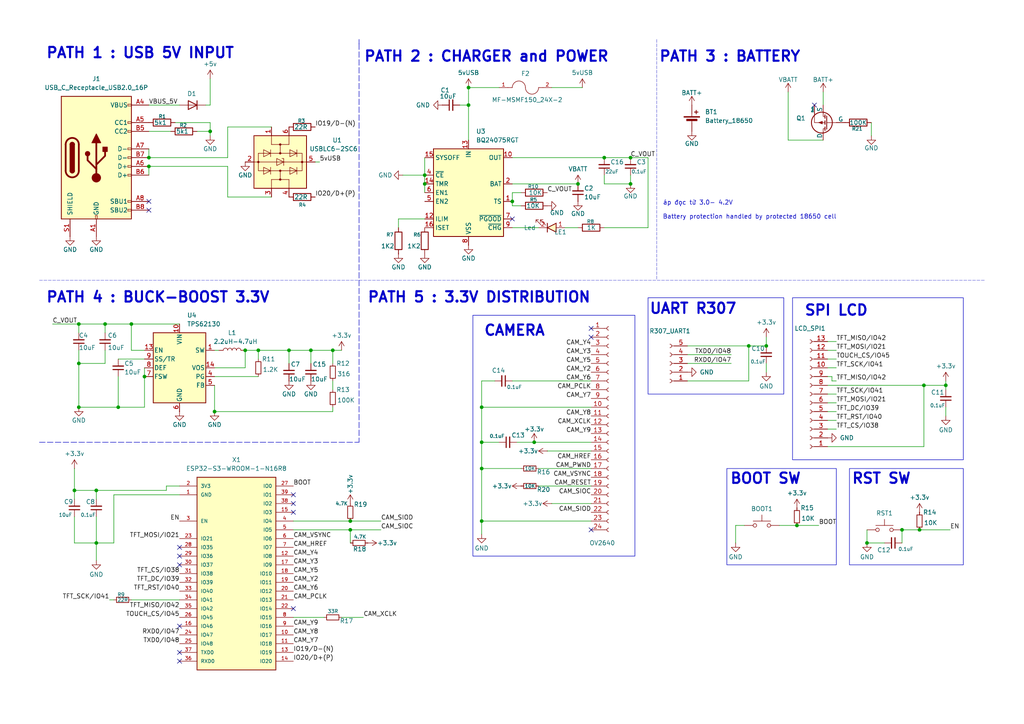
<source format=kicad_sch>
(kicad_sch (version 20231120) (generator "eeschema") (generator_version "8.0")
  (paper "A4")
  (junction (at 167.64 53.34))
  (junction (at 83.82 101.6))
  (junction (at 139.7 135.89))
  (junction (at 123.19 53.34))
  (junction (at 38.1 93.98))
  (junction (at 222.25 100.33))
  (junction (at 90.17 101.6))
  (junction (at 135.89 25.4))
  (junction (at 34.29 118.11))
  (junction (at 182.88 53.34))
  (junction (at 74.93 101.6))
  (junction (at 96.52 101.6))
  (junction (at 21.59 142.24))
  (junction (at 43.18 45.72))
  (junction (at 175.26 45.72))
  (junction (at 139.7 151.13))
  (junction (at 274.32 111.76))
  (junction (at 267.97 111.76))
  (junction (at 43.18 48.26))
  (junction (at 41.91 109.22))
  (junction (at 135.89 30.48))
  (junction (at 60.96 38.1))
  (junction (at 251.46 157.48))
  (junction (at 22.86 105.41))
  (junction (at 27.94 142.24))
  (junction (at 154.94 128.27))
  (junction (at 182.88 45.72))
  (junction (at 27.94 157.48))
  (junction (at 22.86 118.11))
  (junction (at 101.6 153.67))
  (junction (at 139.7 128.27))
  (junction (at 261.62 153.67))
  (junction (at 62.23 119.38))
  (junction (at 217.17 100.33))
  (junction (at 231.14 152.4))
  (junction (at 101.6 151.13))
  (junction (at 266.7 153.67))
  (junction (at 123.19 50.8))
  (junction (at 71.12 101.6))
  (junction (at 30.48 93.98))
  (junction (at 148.59 58.42))
  (junction (at 22.86 93.98))
  (junction (at 139.7 118.11))
  (no_connect (at 85.09 146.05))
  (no_connect (at 43.18 60.96))
  (no_connect (at 52.07 191.77))
  (no_connect (at 148.59 63.5))
  (no_connect (at 52.07 163.83))
  (no_connect (at 171.45 97.79))
  (no_connect (at 85.09 143.51))
  (no_connect (at 52.07 161.29))
  (no_connect (at 43.18 58.42))
  (no_connect (at 236.22 30.48))
  (no_connect (at 85.09 176.53))
  (no_connect (at 52.07 181.61))
  (no_connect (at 52.07 189.23))
  (no_connect (at 171.45 153.67))
  (no_connect (at 52.07 158.75))
  (no_connect (at 85.09 148.59))
  (no_connect (at 171.45 95.25))
  (wire (pts (xy 22.86 93.98) (xy 22.86 96.52)))
  (wire (pts (xy 48.26 142.24) (xy 48.26 140.97)))
  (wire (pts (xy 60.96 38.1) (xy 60.96 39.37)))
  (wire (pts (xy 43.18 43.18) (xy 43.18 45.72)))
  (wire (pts (xy 228.6 40.64) (xy 238.76 40.64)))
  (polyline (pts (xy 104.14 81.28) (xy 104.14 128.27)) (stroke (width 0) (type dash)))
  (wire (pts (xy 41.91 101.6) (xy 38.1 101.6)))
  (wire (pts (xy 251.46 153.67) (xy 251.46 157.48)))
  (wire (pts (xy 62.23 109.22) (xy 74.93 109.22)))
  (wire (pts (xy 71.12 106.68) (xy 71.12 101.6)))
  (wire (pts (xy 175.26 45.72) (xy 182.88 45.72)))
  (polyline (pts (xy 104.14 12.7) (xy 104.14 81.28)) (stroke (width 0) (type dash)))
  (wire (pts (xy 240.03 116.84) (xy 242.57 116.84)))
  (wire (pts (xy 240.03 101.6) (xy 242.57 101.6)))
  (wire (pts (xy 66.04 36.83) (xy 78.74 36.83)))
  (wire (pts (xy 41.91 106.68) (xy 41.91 109.22)))
  (wire (pts (xy 60.96 30.48) (xy 60.96 22.86)))
  (wire (pts (xy 123.19 63.5) (xy 115.57 63.5)))
  (wire (pts (xy 231.14 152.4) (xy 237.49 152.4)))
  (wire (pts (xy 22.86 105.41) (xy 22.86 118.11)))
  (wire (pts (xy 151.13 55.88) (xy 148.59 55.88)))
  (wire (pts (xy 110.49 153.67) (xy 101.6 153.67)))
  (wire (pts (xy 240.03 129.54) (xy 267.97 129.54)))
  (wire (pts (xy 38.1 93.98) (xy 30.48 93.98)))
  (wire (pts (xy 74.93 101.6) (xy 74.93 104.14)))
  (wire (pts (xy 48.26 140.97) (xy 52.07 140.97)))
  (wire (pts (xy 199.39 110.49) (xy 217.17 110.49)))
  (wire (pts (xy 90.17 101.6) (xy 90.17 105.41)))
  (wire (pts (xy 133.35 30.48) (xy 135.89 30.48)))
  (polyline (pts (xy 190.5 11.43) (xy 190.5 81.28)) (stroke (width 0.0762) (type dash)))
  (wire (pts (xy 151.13 59.69) (xy 148.59 59.69)))
  (wire (pts (xy 115.57 63.5) (xy 115.57 66.04)))
  (wire (pts (xy 105.41 179.07) (xy 99.06 179.07)))
  (wire (pts (xy 38.1 173.99) (xy 52.07 173.99)))
  (wire (pts (xy 96.52 119.38) (xy 62.23 119.38)))
  (wire (pts (xy 266.7 153.67) (xy 275.59 153.67)))
  (wire (pts (xy 182.88 45.72) (xy 187.96 45.72)))
  (wire (pts (xy 175.26 53.34) (xy 182.88 53.34)))
  (wire (pts (xy 30.48 93.98) (xy 30.48 96.52)))
  (wire (pts (xy 199.39 105.41) (xy 212.09 105.41)))
  (wire (pts (xy 15.24 93.98) (xy 22.86 93.98)))
  (wire (pts (xy 213.36 152.4) (xy 215.9 152.4)))
  (wire (pts (xy 34.29 109.22) (xy 34.29 118.11)))
  (wire (pts (xy 149.86 128.27) (xy 154.94 128.27)))
  (wire (pts (xy 252.73 35.56) (xy 252.73 39.37)))
  (wire (pts (xy 43.18 48.26) (xy 43.18 50.8)))
  (wire (pts (xy 199.39 102.87) (xy 212.09 102.87)))
  (wire (pts (xy 33.02 143.51) (xy 33.02 157.48)))
  (wire (pts (xy 148.59 66.04) (xy 156.21 66.04)))
  (wire (pts (xy 101.6 153.67) (xy 85.09 153.67)))
  (wire (pts (xy 33.02 143.51) (xy 52.07 143.51)))
  (wire (pts (xy 135.89 25.4) (xy 135.89 30.48)))
  (wire (pts (xy 148.59 55.88) (xy 148.59 58.42)))
  (wire (pts (xy 240.03 106.68) (xy 242.57 106.68)))
  (wire (pts (xy 222.25 105.41) (xy 222.25 107.95)))
  (wire (pts (xy 148.59 45.72) (xy 175.26 45.72)))
  (wire (pts (xy 21.59 157.48) (xy 27.94 157.48)))
  (wire (pts (xy 62.23 106.68) (xy 71.12 106.68)))
  (wire (pts (xy 59.69 30.48) (xy 60.96 30.48)))
  (wire (pts (xy 27.94 142.24) (xy 27.94 144.78)))
  (wire (pts (xy 96.52 119.38) (xy 96.52 118.11)))
  (wire (pts (xy 43.18 45.72) (xy 66.04 45.72)))
  (wire (pts (xy 135.89 25.4) (xy 144.78 25.4)))
  (wire (pts (xy 240.03 119.38) (xy 242.57 119.38)))
  (wire (pts (xy 267.97 129.54) (xy 267.97 111.76)))
  (wire (pts (xy 34.29 104.14) (xy 41.91 104.14)))
  (wire (pts (xy 182.88 53.34) (xy 182.88 50.8)))
  (wire (pts (xy 267.97 111.76) (xy 274.32 111.76)))
  (wire (pts (xy 175.26 50.8) (xy 175.26 53.34)))
  (polyline (pts (xy 104.14 11.43) (xy 104.14 12.7)))
  (wire (pts (xy 148.59 53.34) (xy 167.64 53.34)))
  (wire (pts (xy 43.18 48.26) (xy 66.04 48.26)))
  (wire (pts (xy 241.3 109.22) (xy 240.03 109.22)))
  (wire (pts (xy 33.02 157.48) (xy 27.94 157.48)))
  (wire (pts (xy 139.7 128.27) (xy 139.7 135.89)))
  (wire (pts (xy 187.96 45.72) (xy 187.96 66.04)))
  (wire (pts (xy 21.59 135.89) (xy 21.59 142.24)))
  (wire (pts (xy 27.94 142.24) (xy 48.26 142.24)))
  (wire (pts (xy 30.48 101.6) (xy 30.48 105.41)))
  (wire (pts (xy 66.04 48.26) (xy 66.04 57.15)))
  (wire (pts (xy 240.03 104.14) (xy 242.57 104.14)))
  (wire (pts (xy 66.04 45.72) (xy 66.04 36.83)))
  (wire (pts (xy 175.26 66.04) (xy 187.96 66.04)))
  (wire (pts (xy 90.17 101.6) (xy 96.52 101.6)))
  (wire (pts (xy 240.03 124.46) (xy 242.57 124.46)))
  (wire (pts (xy 154.94 128.27) (xy 171.45 128.27)))
  (wire (pts (xy 41.91 118.11) (xy 41.91 109.22)))
  (wire (pts (xy 238.76 26.67) (xy 238.76 30.48)))
  (wire (pts (xy 139.7 110.49) (xy 139.7 118.11)))
  (wire (pts (xy 274.32 118.11) (xy 274.32 120.65)))
  (wire (pts (xy 274.32 111.76) (xy 274.32 113.03)))
  (wire (pts (xy 240.03 111.76) (xy 267.97 111.76)))
  (wire (pts (xy 139.7 151.13) (xy 171.45 151.13)))
  (wire (pts (xy 93.98 179.07) (xy 85.09 179.07)))
  (wire (pts (xy 143.51 110.49) (xy 139.7 110.49)))
  (wire (pts (xy 116.84 50.8) (xy 123.19 50.8)))
  (wire (pts (xy 22.86 118.11) (xy 34.29 118.11)))
  (wire (pts (xy 74.93 101.6) (xy 83.82 101.6)))
  (wire (pts (xy 52.07 93.98) (xy 38.1 93.98)))
  (wire (pts (xy 160.02 25.4) (xy 168.91 25.4)))
  (wire (pts (xy 158.75 130.81) (xy 171.45 130.81)))
  (wire (pts (xy 156.21 140.97) (xy 171.45 140.97)))
  (wire (pts (xy 240.03 99.06) (xy 242.57 99.06)))
  (wire (pts (xy 43.18 30.48) (xy 52.07 30.48)))
  (wire (pts (xy 34.29 118.11) (xy 41.91 118.11)))
  (wire (pts (xy 139.7 151.13) (xy 139.7 154.94)))
  (wire (pts (xy 43.18 38.1) (xy 49.53 38.1)))
  (wire (pts (xy 139.7 118.11) (xy 171.45 118.11)))
  (wire (pts (xy 31.75 173.99) (xy 33.02 173.99)))
  (wire (pts (xy 83.82 101.6) (xy 90.17 101.6)))
  (wire (pts (xy 57.15 38.1) (xy 60.96 38.1)))
  (wire (pts (xy 222.25 97.79) (xy 222.25 100.33)))
  (wire (pts (xy 99.06 101.6) (xy 96.52 101.6)))
  (wire (pts (xy 156.21 135.89) (xy 171.45 135.89)))
  (wire (pts (xy 135.89 30.48) (xy 135.89 40.64)))
  (wire (pts (xy 241.3 110.49) (xy 242.57 110.49)))
  (wire (pts (xy 139.7 135.89) (xy 151.13 135.89)))
  (wire (pts (xy 50.8 35.56) (xy 60.96 35.56)))
  (wire (pts (xy 139.7 128.27) (xy 144.78 128.27)))
  (wire (pts (xy 240.03 121.92) (xy 242.57 121.92)))
  (wire (pts (xy 21.59 142.24) (xy 27.94 142.24)))
  (wire (pts (xy 71.12 101.6) (xy 74.93 101.6)))
  (wire (pts (xy 101.6 153.67) (xy 101.6 157.48)))
  (wire (pts (xy 160.02 146.05) (xy 171.45 146.05)))
  (wire (pts (xy 66.04 57.15) (xy 78.74 57.15)))
  (wire (pts (xy 62.23 119.38) (xy 62.23 111.76)))
  (wire (pts (xy 228.6 26.67) (xy 228.6 40.64)))
  (wire (pts (xy 110.49 151.13) (xy 101.6 151.13)))
  (wire (pts (xy 213.36 152.4) (xy 213.36 157.48)))
  (wire (pts (xy 123.19 45.72) (xy 123.19 50.8)))
  (wire (pts (xy 27.94 157.48) (xy 27.94 162.56)))
  (wire (pts (xy 27.94 149.86) (xy 27.94 157.48)))
  (wire (pts (xy 123.19 50.8) (xy 123.19 53.34)))
  (wire (pts (xy 148.59 59.69) (xy 148.59 58.42)))
  (wire (pts (xy 226.06 152.4) (xy 231.14 152.4)))
  (wire (pts (xy 96.52 101.6) (xy 96.52 105.41)))
  (polyline (pts (xy 11.43 81.28) (xy 285.75 81.28)) (stroke (width 0.0762) (type dash)))
  (wire (pts (xy 22.86 101.6) (xy 22.86 105.41)))
  (wire (pts (xy 123.19 53.34) (xy 123.19 55.88)))
  (wire (pts (xy 251.46 157.48) (xy 256.54 157.48)))
  (wire (pts (xy 91.44 46.99) (xy 92.71 46.99)))
  (wire (pts (xy 139.7 118.11) (xy 139.7 128.27)))
  (wire (pts (xy 60.96 35.56) (xy 60.96 38.1)))
  (wire (pts (xy 199.39 100.33) (xy 217.17 100.33)))
  (wire (pts (xy 83.82 101.6) (xy 83.82 105.41)))
  (wire (pts (xy 217.17 100.33) (xy 222.25 100.33)))
  (wire (pts (xy 261.62 153.67) (xy 266.7 153.67)))
  (wire (pts (xy 139.7 135.89) (xy 139.7 151.13)))
  (wire (pts (xy 241.3 110.49) (xy 241.3 109.22)))
  (polyline (pts (xy 11.43 128.27) (xy 104.14 128.27)) (stroke (width 0) (type dash)))
  (wire (pts (xy 96.52 110.49) (xy 96.52 113.03)))
  (wire (pts (xy 21.59 149.86) (xy 21.59 157.48)))
  (wire (pts (xy 30.48 105.41) (xy 22.86 105.41)))
  (wire (pts (xy 261.62 153.67) (xy 261.62 157.48)))
  (wire (pts (xy 163.83 66.04) (xy 167.64 66.04)))
  (wire (pts (xy 240.03 114.3) (xy 242.57 114.3)))
  (wire (pts (xy 21.59 142.24) (xy 21.59 144.78)))
  (wire (pts (xy 148.59 110.49) (xy 171.45 110.49)))
  (wire (pts (xy 101.6 151.13) (xy 85.09 151.13)))
  (wire (pts (xy 30.48 93.98) (xy 22.86 93.98)))
  (wire (pts (xy 274.32 110.49) (xy 274.32 111.76)))
  (wire (pts (xy 38.1 101.6) (xy 38.1 93.98)))
  (wire (pts (xy 217.17 110.49) (xy 217.17 100.33)))
  (wire (pts (xy 62.23 101.6) (xy 63.5 101.6)))
  (rectangle (start 137.16 91.44) (end 184.15 161.29))
  (rectangle (start 246.38 135.89) (end 279.4 163.83))
  (rectangle (start 187.96 86.36) (end 227.33 114.3))
  (rectangle (start 210.82 135.89) (end 242.57 163.83))
  (rectangle (start 229.87 86.36) (end 279.4 133.35))
  (text "UART R307\n\n\n" (at 188.214 94.488 0) (effects (font (size 3 3) (bold yes)) (justify left)))
  (text "SPI LCD\n" (at 233.172 90.17 0) (effects (font (size 3 3) (bold yes)) (justify left)))
  (text "PATH 5 : 3.3V DISTRIBUTION" (at 106.426 86.36 0) (effects (font (size 3 3) (bold yes)) (justify left)))
  (text "PATH 4 : BUCK-BOOST 3.3V" (at 13.208 86.36 0) (effects (font (size 3 3) (bold yes)) (justify left)))
  (text "PATH 2 : CHARGER and POWER\n" (at 105.41 16.51 0) (effects (font (size 3 3) (bold yes)) (justify left)))
  (text "CAMERA" (at 140.208 96.012 0) (effects (font (size 3 3) (bold yes)) (justify left)))
  (text "áp đọc từ 3.0- 4.2V" (at 202.438 58.928 0) (effects (font (size 1.27 1.27))))
  (text "PATH 3 : BATTERY" (at 191.008 16.51 0) (effects (font (size 3 3) (bold yes)) (justify left)))
  (text "BOOT SW\n" (at 211.582 138.938 0) (effects (font (size 3 3) (bold yes)) (justify left)))
  (text "Battery protection handled by protected 18650 cell" (at 217.424 62.992 0) (effects (font (size 1.27 1.27))))
  (text "PATH 1 : USB 5V INPUT\n" (at 13.208 15.494 0) (effects (font (size 3 3) (bold yes)) (justify left)))
  (text "RST SW\n" (at 246.888 138.938 0) (effects (font (size 3 3) (bold yes)) (justify left)))
  (label "CAM_Y2" (at 85.09 168.91 0))
  (label "IO19{slash}D-(N)" (at 85.09 189.23 0))
  (label "CAM_Y2" (at 171.45 107.95 180))
  (label "CAM_SIOD" (at 171.45 148.59 180))
  (label "CAM_Y5" (at 85.09 166.37 0))
  (label "CAM_Y6" (at 171.45 110.49 180))
  (label "CAM_Y3" (at 171.45 102.87 180))
  (label "TFT_MOSI{slash}IO21" (at 242.57 101.6 0))
  (label "EN" (at 52.07 151.13 180))
  (label "CAM_Y7" (at 85.09 186.69 0))
  (label "CAM_VSYNC" (at 171.45 138.43 180))
  (label "TFT_SCK{slash}IO41" (at 31.75 173.99 180))
  (label "CAM_Y9" (at 171.45 125.73 180))
  (label "TFT_CS{slash}IO38" (at 52.07 166.37 180))
  (label "C_VOUT" (at 15.24 93.98 0))
  (label "CAM_PCLK" (at 171.45 113.03 180))
  (label "TFT_MISO{slash}IO42" (at 52.07 176.53 180))
  (label "CAM_Y4" (at 85.09 161.29 0))
  (label "CAM_Y7" (at 171.45 115.57 180))
  (label "RXD0{slash}IO47" (at 212.09 105.41 180))
  (label "CAM_PWND" (at 171.45 135.89 180))
  (label "IO20{slash}D+(P)" (at 85.09 191.77 0))
  (label "CAM_Y8" (at 171.45 120.65 180))
  (label "IO20{slash}D+(P)" (at 91.44 57.15 0))
  (label "RXD0{slash}IO47" (at 52.07 184.15 180))
  (label "TFT_RST{slash}IO40" (at 52.07 171.45 180))
  (label "TFT_MISO{slash}IO42" (at 242.57 99.06 0))
  (label "CAM_Y9" (at 85.09 181.61 0))
  (label "TXD0{slash}IO48" (at 212.09 102.87 180))
  (label "C_VOUT" (at 158.75 55.88 0))
  (label "TFT_SCK{slash}IO41" (at 242.57 114.3 0))
  (label "TFT_RST{slash}IO40" (at 242.57 121.92 0))
  (label "TFT_CS{slash}IO38" (at 242.57 124.46 0))
  (label "TFT_SCK{slash}IO41" (at 242.57 106.68 0))
  (label "CAM_SIOC" (at 171.45 143.51 180))
  (label "CAM_Y6" (at 85.09 171.45 0))
  (label "TFT_MOSI{slash}IO21" (at 242.57 116.84 0))
  (label "CAM_PCLK" (at 85.09 173.99 0))
  (label "IO19{slash}D-(N)" (at 91.44 36.83 0))
  (label "BOOT" (at 85.09 140.97 0))
  (label "CAM_Y4" (at 171.45 100.33 180))
  (label "TOUCH_CS{slash}IO45" (at 242.57 104.14 0))
  (label "CAM_HREF" (at 171.45 133.35 180))
  (label "TFT_MOSI{slash}IO21" (at 52.07 156.21 180))
  (label "CAM_HREF" (at 85.09 158.75 0))
  (label "CAM_SIOD" (at 110.49 151.13 0))
  (label "TFT_DC{slash}IO39" (at 242.57 119.38 0))
  (label "TOUCH_CS{slash}IO45" (at 52.07 179.07 180))
  (label "TFT_MISO{slash}IO42" (at 242.57 110.49 0))
  (label "CAM_Y5" (at 171.45 105.41 180))
  (label "TXD0{slash}IO48" (at 52.07 186.69 180))
  (label "VBUS_5V" (at 43.18 30.48 0))
  (label "CAM_VSYNC" (at 85.09 156.21 0))
  (label "CAM_XCLK" (at 171.45 123.19 180))
  (label "CAM_XCLK" (at 105.41 179.07 0))
  (label "TFT_DC{slash}IO39" (at 52.07 168.91 180))
  (label "C_VOUT" (at 182.88 45.72 0))
  (label "BOOT" (at 237.49 152.4 0))
  (label "5vUSB" (at 92.71 46.99 0))
  (label "CAM_SIOC" (at 110.49 153.67 0))
  (label "CAM_RESET" (at 171.45 140.97 180))
  (label "EN" (at 275.59 153.67 0))
  (label "CAM_Y3" (at 85.09 163.83 0))
  (label "CAM_Y8" (at 85.09 184.15 0))
  (symbol (lib_id "MF-MSMF150/24:MF-MSMF150_24X-2") (at 152.4 25.4 0) (unit 1)
    (property "Reference" "F2" (at 152.4 21.336 0))
    (property "Value" "MF-MSMF150_24X-2" (at 152.908 28.956 0))
    (property "Footprint" "KICAD_USB_FOOTPRINT_CUS:FUSER_MF-MSMF150_24X-2" (effects (hide yes)))
    (property "MF" "Bourns" (effects (hide yes)))
    (property "MOUSER-PURCHASE-URL" "https://snapeda.com/shop?store=Mouser&id=143366" (effects (hide yes)))
    (property "DESCRIPTION" "Polymeric PTC Resettable Fuse 8V 2A Ih Surface Mount 1812 (4532 Metric), Concave" (effects (hide yes)))
    (property "PACKAGE" "1812 Bourns" (effects (hide yes)))
    (property "PRICE" "None" (effects (hide yes)))
    (property "Package" "1812 Bourns" (effects (hide yes)))
    (property "Check_prices" "https://www.snapeda.com/parts/MF-MSMF150/24X-2/Bourns/view-part/?ref=eda" (effects (hide yes)))
    (property "Price" "None" (effects (hide yes)))
    (property "SnapEDA_Link" "https://www.snapeda.com/parts/MF-MSMF150/24X-2/Bourns/view-part/?ref=snap" (effects (hide yes)))
    (property "MP" "MF-MSMF150/24X-2" (effects (hide yes)))
    (property "DIGIKEY-PURCHASE-URL" "https://snapeda.com/shop?store=DigiKey&id=143366" (effects (hide yes)))
    (property "Availability" "In Stock" (effects (hide yes)))
    (property "ARROW_ELECTRONICS-PURCHASE-URL" "https://snapeda.com/shop?store=Arrow+Electronics&id=143366" (effects (hide yes)))
    (property "AVAILABILITY" "Good" (effects (hide yes)))
    (property "Description_1" "\n                        \n                            PTC RESETTABLE 1.25A 16V SMD 1812 | Bourns MF-MSMF150/24X-2\n                        \n" (effects (hide yes)))
  )
  (symbol (lib_id "power:VCC") (at 167.64 53.34 0) (unit 1)
    (property "Reference" "#PWR015" (effects (hide yes)))
    (property "Value" "VBATT" (at 167.64 49.022 0))
    (property "Description" "Power symbol creates a global label with name \"VCC\"" (effects (hide yes)))
  )
  (symbol (lib_id "Esp32-c3-wroom-1-n16r8:ESP32-S3-WROOM-1-N16R8") (at 57.15 138.43 0) (unit 1)
    (property "Reference" "X1" (at 68.58 133.35 0))
    (property "Value" "ESP32-S3-WROOM-1-N16R8" (at 68.58 135.89 0))
    (property "Footprint" "KICAD_USB_FOOTPRINT_CUS:ESP32S3WROOM1N8R2" (effects (hide yes)))
    (property "MF" "Espressif Systems" (effects (hide yes)))
    (property "DESCRIPTION" "SMD MODULE, ESP32-S3R8 WITH 3.3V" (effects (hide yes)))
    (property "Package" "NON STANDARD Espressif Systems" (effects (hide yes)))
    (property "SUPPLIER_PART_NUMBER" "1965-ESP32-S3-WROOM-1-N16R8CT-ND" (effects (hide yes)))
    (property "Price" "None" (effects (hide yes)))
    (property "Check_prices" "https://www.snapeda.com/parts/ESP32S3WROOM1N16R8/Espressif+Systems/view-part/?ref=eda" (effects (hide yes)))
    (property "VALUE" "ESP32-S3-WROOM-1-N16R8" (effects (hide yes)))
    (property "SUPPLIER" "Digikey" (effects (hide yes)))
    (property "SnapEDA_Link" "https://www.snapeda.com/parts/ESP32S3WROOM1N16R8/Espressif+Systems/view-part/?ref=snap" (effects (hide yes)))
    (property "MP" "ESP32S3WROOM1N16R8" (effects (hide yes)))
    (property "FOOTPRINT" "SMD" (effects (hide yes)))
    (property "Description_1" "\n                        \n                            Bluetooth, WiFi 802.11b/g/n, Bluetooth v5.0 Transceiver Module 2.4GHz PCB Trace Surface Mount\n                        \n" (effects (hide yes)))
    (property "Availability" "In Stock" (effects (hide yes)))
    (property "MANUFACTURER_PART_NUMBER" "ESP32-S3-WROOM-1-N16R8" (effects (hide yes)))
  )
  (symbol (lib_id "power:VCC") (at 154.94 128.27 0) (unit 1)
    (property "Reference" "#PWR042" (effects (hide yes)))
    (property "Value" "+3.3v" (at 154.94 124.46 0))
    (property "Description" "Power symbol creates a global label with name \"VCC\"" (effects (hide yes)))
  )
  (symbol (lib_id "power:VCC") (at 160.02 146.05 90) (unit 1)
    (property "Reference" "#PWR040" (effects (hide yes)))
    (property "Value" "+3.3v" (at 154.432 146.05 90))
    (property "Description" "Power symbol creates a global label with name \"VCC\"" (effects (hide yes)))
  )
  (symbol (lib_id "Device:L") (at 67.31 101.6 90) (unit 1)
    (property "Reference" "L1" (at 67.31 96.52 90))
    (property "Value" "2.2uH-4.7uH" (at 68.326 99.06 90))
    (property "Footprint" "KICAD_USB_FOOTPRINT_CUS:L_0603" (effects (hide yes)))
    (property "Description" "Inductor" (effects (hide yes)))
  )
  (symbol (lib_id "power:GND") (at 158.75 59.69 90) (unit 1)
    (property "Reference" "#PWR014" (effects (hide yes)))
    (property "Value" "GND" (at 161.544 61.722 90))
    (property "Description" "Power symbol creates a global label with name \"GND\" , ground" (effects (hide yes)))
  )
  (symbol (lib_id "power:GND") (at 135.89 71.12 0) (unit 1)
    (property "Reference" "#PWR09" (effects (hide yes)))
    (property "Value" "GND" (at 135.89 74.93 0))
    (property "Description" "Power symbol creates a global label with name \"GND\" , ground" (effects (hide yes)))
  )
  (symbol (lib_id "power:VCC") (at 106.68 157.48 270) (unit 1)
    (property "Reference" "#PWR043" (effects (hide yes)))
    (property "Value" "+3.3v" (at 112.268 157.48 90))
    (property "Description" "Power symbol creates a global label with name \"VCC\"" (effects (hide yes)))
  )
  (symbol (lib_id "power:GND") (at 83.82 110.49 0) (unit 1)
    (property "Reference" "#PWR027" (effects (hide yes)))
    (property "Value" "GND" (at 83.82 114.3 0))
    (property "Description" "Power symbol creates a global label with name \"GND\" , ground" (effects (hide yes)))
  )
  (symbol (lib_id "power:+BATT") (at 200.66 30.48 0) (unit 1)
    (property "Reference" "#PWR018" (effects (hide yes)))
    (property "Value" "BATT+" (at 200.66 26.924 0))
    (property "Description" "Power symbol creates a global label with name \"+BATT\"" (effects (hide yes)))
  )
  (symbol (lib_id "power:GND") (at 252.73 39.37 0) (mirror y) (unit 1)
    (property "Reference" "#PWR047" (effects (hide yes)))
    (property "Value" "GND" (at 252.73 42.926 0))
    (property "Description" "Power symbol creates a global label with name \"GND\" , ground" (effects (hide yes)))
  )
  (symbol (lib_id "Device:C_Small") (at 259.08 157.48 270) (unit 1)
    (property "Reference" "C12" (at 258.318 159.512 90) (effects (justify right)))
    (property "Value" "0.1uF" (at 264.922 159.258 90) (effects (font (size 1.016 1.016)) (justify right)))
    (property "Footprint" "KICAD_USB_FOOTPRINT_CUS:C_0603" (effects (hide yes)))
    (property "Description" "Unpolarized capacitor, small symbol" (effects (hide yes)))
    (property "LINK" "https://www.thegioiic.com/tu-gom-0603-1uf-16v" (effects (hide yes)))
  )
  (symbol (lib_id "Device:R") (at 154.94 55.88 270) (unit 1)
    (property "Reference" "R10" (at 156.21 54.102 90) (effects (font (size 1.016 1.016)) (justify right)))
    (property "Value" "10K" (at 157.226 55.88 90) (effects (justify right)))
    (property "Footprint" "KICAD_USB_FOOTPRINT_CUS:R_0603" (effects (hide yes)))
    (property "Description" "Resistor" (effects (hide yes)))
  )
  (symbol (lib_id "power:GND") (at 251.46 157.48 0) (unit 1)
    (property "Reference" "#PWR038" (effects (hide yes)))
    (property "Value" "GND" (at 251.46 161.544 0))
    (property "Description" "Power symbol creates a global label with name \"GND\" , ground" (effects (hide yes)))
  )
  (symbol (lib_id "Device:C_Small") (at 27.94 147.32 180) (unit 1)
    (property "Reference" "C8" (at 24.892 145.542 0) (effects (justify right)))
    (property "Value" "0.1uF" (at 23.368 149.352 0) (effects (font (size 1.016 1.016)) (justify right)))
    (property "Footprint" "KICAD_USB_FOOTPRINT_CUS:C_0603" (effects (hide yes)))
    (property "Description" "Unpolarized capacitor, small symbol" (effects (hide yes)))
    (property "LINK" "https://www.thegioiic.com/tu-gom-0603-1uf-16v" (effects (hide yes)))
  )
  (symbol (lib_id "Device:C_Small") (at 175.26 48.26 180) (unit 1)
    (property "Reference" "C16" (at 177.038 46.99 0) (effects (justify right)))
    (property "Value" "22uF" (at 175.514 49.784 0) (effects (font (size 1.016 1.016)) (justify right)))
    (property "Footprint" "KICAD_USB_FOOTPRINT_CUS:C_0603" (effects (hide yes)))
    (property "Description" "Unpolarized capacitor, small symbol" (effects (hide yes)))
    (property "LINK" "https://www.thegioiic.com/tu-gom-0603-1uf-16v" (effects (hide yes)))
  )
  (symbol (lib_id "Device:C_Small") (at 167.64 55.88 180) (unit 1)
    (property "Reference" "C2" (at 169.418 54.61 0) (effects (justify right)))
    (property "Value" "10uF" (at 169.418 57.15 0) (effects (justify right)))
    (property "Footprint" "KICAD_USB_FOOTPRINT_CUS:C_0603" (effects (hide yes)))
    (property "Description" "Unpolarized capacitor, small symbol" (effects (hide yes)))
    (property "LINK" "https://www.thegioiic.com/tu-gom-0603-1uf-16v" (effects (hide yes)))
  )
  (symbol (lib_id "power:GND") (at 60.96 39.37 0) (unit 1)
    (property "Reference" "#PWR02" (effects (hide yes)))
    (property "Value" "GND" (at 60.96 43.18 0))
    (property "Description" "Power symbol creates a global label with name \"GND\" , ground" (effects (hide yes)))
  )
  (symbol (lib_id "Connector:USB_C_Receptacle_USB2.0_16P") (at 27.94 45.72 0) (unit 1)
    (property "Reference" "J1" (at 27.94 22.86 0))
    (property "Value" "USB_C_Receptacle_USB2.0_16P" (at 27.94 25.4 0))
    (property "Footprint" "Connector_USB:USB_C_Receptacle_GCT_USB4105-xx-A_16P_TopMnt_Horizontal" (effects (hide yes)))
    (property "Datasheet" "https://www.usb.org/sites/default/files/documents/usb_type-c.zip" (effects (hide yes)))
    (property "Description" "USB 2.0-only 16P Type-C Receptacle connector" (effects (hide yes)))
  )
  (symbol (lib_id "Device:C_Small") (at 274.32 115.57 180) (unit 1)
    (property "Reference" "C11" (at 270.002 113.792 0) (effects (justify right)))
    (property "Value" "0.1uF" (at 269.748 117.602 0) (effects (font (size 1.016 1.016)) (justify right)))
    (property "Footprint" "KICAD_USB_FOOTPRINT_CUS:C_0603" (effects (hide yes)))
    (property "Description" "Unpolarized capacitor, small symbol" (effects (hide yes)))
    (property "LINK" "https://www.thegioiic.com/tu-gom-0603-1uf-16v" (effects (hide yes)))
  )
  (symbol (lib_id "Device:R_Small") (at 96.52 115.57 0) (unit 1)
    (property "Reference" "R13" (at 97.536 113.03 0) (effects (justify left)))
    (property "Value" "100K" (at 97.79 116.078 0) (effects (justify left)))
    (property "Footprint" "KICAD_USB_FOOTPRINT_CUS:R_0603" (effects (hide yes)))
    (property "Description" "Resistor, small symbol" (effects (hide yes)))
  )
  (symbol (lib_id "Regulator_Switching:TPS62130") (at 52.07 106.68 0) (unit 1)
    (property "Reference" "U4" (at 54.2641 91.44 0) (effects (justify left)))
    (property "Value" "TPS62130" (at 54.2641 93.98 0) (effects (justify left)))
    (property "Footprint" "Package_DFN_QFN:VQFN-16-1EP_3x3mm_P0.5mm_EP1.68x1.68mm_ThermalVias" (effects (hide yes)))
    (property "Datasheet" "http://www.ti.com/lit/ds/symlink/tps62130.pdf" (effects (hide yes)))
    (property "Description" "3A Step-Down Converter with DCS-Control, Adjustable Output Voltage, 3-17V Input Voltage, QFN-16" (effects (hide yes)))
  )
  (symbol (lib_id "power:VCC") (at 135.89 25.4 0) (unit 1)
    (property "Reference" "#PWR07" (effects (hide yes)))
    (property "Value" "5vUSB" (at 135.89 21.082 0))
    (property "Description" "Power symbol creates a global label with name \"VCC\"" (effects (hide yes)))
  )
  (symbol (lib_id "IVS_SYMBOLS:USBLC6-2SC6") (at 81.28 46.99 270) (unit 1)
    (property "Reference" "U1" (at 97.79 40.6714 90))
    (property "Value" "USBLC6-2SC6" (at 96.774 43.18 90))
    (property "Footprint" "Package_TO_SOT_SMD:SOT-23-6" (effects (hide yes)))
    (property "Datasheet" "https://www.st.com/resource/en/datasheet/usblc6-2.pdf" (effects (hide yes)))
    (property "Description" "Very low capacitance ESD protection diode, 2 data-line, SOT-23-6" (effects (hide yes)))
    (property "LINK" "https://icdayroi.com/usblc6-2sc6-tvs-diode-5-25v-17v-sot23-6" (effects (hide yes)))
  )
  (symbol (lib_id "Device:R_Small") (at 104.14 157.48 270) (unit 1)
    (property "Reference" "R18" (at 102.362 159.258 90) (effects (justify left)))
    (property "Value" "4.7K" (at 102.616 155.702 90) (effects (font (size 1.016 1.016)) (justify left)))
    (property "Footprint" "KICAD_USB_FOOTPRINT_CUS:R_0603" (effects (hide yes)))
    (property "Description" "Resistor, small symbol" (effects (hide yes)))
  )
  (symbol (lib_id "power:VCC") (at 168.91 25.4 0) (unit 1)
    (property "Reference" "#PWR08" (effects (hide yes)))
    (property "Value" "5vUSB" (at 168.91 21.082 0))
    (property "Description" "Power symbol creates a global label with name \"VCC\"" (effects (hide yes)))
  )
  (symbol (lib_id "power:GND") (at 116.84 50.8 270) (unit 1)
    (property "Reference" "#PWR013" (effects (hide yes)))
    (property "Value" "GND" (at 111.76 50.8 90))
    (property "Description" "Power symbol creates a global label with name \"GND\" , ground" (effects (hide yes)))
  )
  (symbol (lib_id "power:VCC") (at 151.13 140.97 90) (unit 1)
    (property "Reference" "#PWR045" (effects (hide yes)))
    (property "Value" "+3.3v" (at 145.542 140.97 90))
    (property "Description" "Power symbol creates a global label with name \"VCC\"" (effects (hide yes)))
  )
  (symbol (lib_id "power:VCC") (at 266.7 148.59 0) (unit 1)
    (property "Reference" "#PWR037" (effects (hide yes)))
    (property "Value" "+3.3v" (at 266.7 144.272 0))
    (property "Description" "Power symbol creates a global label with name \"VCC\"" (effects (hide yes)))
  )
  (symbol (lib_id "power:GND") (at 274.32 120.65 0) (unit 1)
    (property "Reference" "#PWR036" (effects (hide yes)))
    (property "Value" "GND" (at 274.32 124.714 0))
    (property "Description" "Power symbol creates a global label with name \"GND\" , ground" (effects (hide yes)))
  )
  (symbol (lib_id "Device:R") (at 46.99 35.56 90) (unit 1)
    (property "Reference" "R1" (at 45.974 33.782 90) (effects (font (size 1.016 1.016)) (justify right)))
    (property "Value" "5k1" (at 44.704 35.56 90) (effects (justify right)))
    (property "Footprint" "KICAD_USB_FOOTPRINT_CUS:R_0603" (effects (hide yes)))
    (property "Description" "Resistor" (effects (hide yes)))
  )
  (symbol (lib_id "Connector:Conn_01x13_Socket") (at 234.95 114.3 180) (unit 1)
    (property "Reference" "LCD_SPI1" (at 234.95 95.25 0))
    (property "Value" "Conn_01x13_Socket" (effects (hide yes)))
    (property "Footprint" "Connector_PinHeader_2.54mm:PinHeader_1x13_P2.54mm_Vertical" (effects (hide yes)))
    (property "Description" "Generic connector, single row, 01x13, script generated" (effects (hide yes)))
  )
  (symbol (lib_id "power:GND") (at 182.88 53.34 0) (unit 1)
    (property "Reference" "#PWR016" (effects (hide yes)))
    (property "Value" "GND" (at 182.88 56.896 0))
    (property "Description" "Power symbol creates a global label with name \"GND\" , ground" (effects (hide yes)))
  )
  (symbol (lib_id "power:GND") (at 27.94 68.58 0) (unit 1)
    (property "Reference" "#PWR04" (effects (hide yes)))
    (property "Value" "GND" (at 27.94 72.39 0))
    (property "Description" "Power symbol creates a global label with name \"GND\" , ground" (effects (hide yes)))
  )
  (symbol (lib_id "power:GND") (at 199.39 107.95 90) (unit 1)
    (property "Reference" "#PWR035" (effects (hide yes)))
    (property "Value" "GND" (at 204.978 107.95 90))
    (property "Description" "Power symbol creates a global label with name \"GND\" , ground" (effects (hide yes)))
  )
  (symbol (lib_id "Device:R") (at 53.34 38.1 90) (unit 1)
    (property "Reference" "R2" (at 52.07 36.322 90) (effects (font (size 1.016 1.016)) (justify right)))
    (property "Value" "5k1" (at 51.054 38.1 90) (effects (justify right)))
    (property "Footprint" "KICAD_USB_FOOTPRINT_CUS:R_0603" (effects (hide yes)))
    (property "Description" "Resistor" (effects (hide yes)))
  )
  (symbol (lib_id "power:GND") (at 128.27 30.48 270) (unit 1)
    (property "Reference" "#PWR06" (effects (hide yes)))
    (property "Value" "GND" (at 122.682 30.48 90))
    (property "Description" "Power symbol creates a global label with name \"GND\" , ground" (effects (hide yes)))
  )
  (symbol (lib_id "Switch:SW_Push") (at 220.98 152.4 0) (unit 1)
    (property "Reference" "BOOT1" (at 220.98 147.574 0))
    (property "Value" "SW_Push" (effects (hide yes)))
    (property "Footprint" "Button_Switch_SMD:SW_Push_SPST_NO_Alps_SKRK" (effects (hide yes)))
    (property "Description" "Push button switch, generic, two pins" (effects (hide yes)))
  )
  (symbol (lib_id "Device:C_Small") (at 147.32 128.27 90) (unit 1)
    (property "Reference" "C13" (at 148.336 126.238 90) (effects (justify right)))
    (property "Value" "0.1uF" (at 141.986 126.492 90) (effects (font (size 1.016 1.016)) (justify right)))
    (property "Footprint" "KICAD_USB_FOOTPRINT_CUS:C_0603" (effects (hide yes)))
    (property "Description" "Unpolarized capacitor, small symbol" (effects (hide yes)))
    (property "LINK" "https://www.thegioiic.com/tu-gom-0603-1uf-16v" (effects (hide yes)))
  )
  (symbol (lib_id "Device:C_Small") (at 90.17 107.95 180) (unit 1)
    (property "Reference" "C15" (at 90.678 105.664 0) (effects (justify right)))
    (property "Value" "10uF" (at 90.17 109.982 0) (effects (justify right)))
    (property "Footprint" "KICAD_USB_FOOTPRINT_CUS:C_0603" (effects (hide yes)))
    (property "Description" "Unpolarized capacitor, small symbol" (effects (hide yes)))
    (property "LINK" "https://www.thegioiic.com/tu-gom-0603-1uf-16v" (effects (hide yes)))
  )
  (symbol (lib_id "power:GND") (at 139.7 154.94 0) (unit 1)
    (property "Reference" "#PWR024" (effects (hide yes)))
    (property "Value" "GND" (at 139.7 159.004 0))
    (property "Description" "Power symbol creates a global label with name \"GND\" , ground" (effects (hide yes)))
  )
  (symbol (lib_id "power:+BATT") (at 238.76 26.67 0) (unit 1)
    (property "Reference" "#PWR021" (effects (hide yes)))
    (property "Value" "BATT+" (at 238.76 23.114 0))
    (property "Description" "Power symbol creates a global label with name \"+BATT\"" (effects (hide yes)))
  )
  (symbol (lib_id "Device:R") (at 123.19 69.85 180) (unit 1)
    (property "Reference" "R6" (at 119.888 68.072 0) (effects (font (size 1.016 1.016)) (justify right)))
    (property "Value" "1K2" (at 118.11 71.374 0) (effects (justify right)))
    (property "Footprint" "KICAD_USB_FOOTPRINT_CUS:R_0603" (effects (hide yes)))
    (property "Description" "Resistor" (effects (hide yes)))
  )
  (symbol (lib_id "power:VCC") (at 274.32 110.49 0) (unit 1)
    (property "Reference" "#PWR034" (effects (hide yes)))
    (property "Value" "+3.3v" (at 274.32 106.172 0))
    (property "Description" "Power symbol creates a global label with name \"VCC\"" (effects (hide yes)))
  )
  (symbol (lib_id "power:GND") (at 62.23 119.38 0) (unit 1)
    (property "Reference" "#PWR029" (effects (hide yes)))
    (property "Value" "GND" (at 62.23 123.19 0))
    (property "Description" "Power symbol creates a global label with name \"GND\" , ground" (effects (hide yes)))
  )
  (symbol (lib_id "Device:C_Small") (at 130.81 30.48 90) (unit 1)
    (property "Reference" "C1" (at 127.762 26.162 90) (effects (justify right)))
    (property "Value" "10uF" (at 127.508 27.94 90) (effects (justify right)))
    (property "Footprint" "KICAD_USB_FOOTPRINT_CUS:C_0603" (effects (hide yes)))
    (property "Description" "Unpolarized capacitor, small symbol" (effects (hide yes)))
    (property "LINK" "https://www.thegioiic.com/tu-gom-0603-1uf-16v" (effects (hide yes)))
  )
  (symbol (lib_id "Device:R") (at 115.57 69.85 180) (unit 1)
    (property "Reference" "R7" (at 112.014 68.072 0) (effects (font (size 1.016 1.016)) (justify right)))
    (property "Value" "1K2" (at 110.49 71.374 0) (effects (justify right)))
    (property "Footprint" "KICAD_USB_FOOTPRINT_CUS:R_0603" (effects (hide yes)))
    (property "Description" "Resistor" (effects (hide yes)))
  )
  (symbol (lib_id "power:GND") (at 90.17 110.49 0) (unit 1)
    (property "Reference" "#PWR046" (effects (hide yes)))
    (property "Value" "GND" (at 90.17 114.3 0))
    (property "Description" "Power symbol creates a global label with name \"GND\" , ground" (effects (hide yes)))
  )
  (symbol (lib_id "Device:C_Small") (at 146.05 110.49 270) (unit 1)
    (property "Reference" "C14" (at 146.558 107.442 90) (effects (justify right)))
    (property "Value" "0.1uF" (at 151.384 112.268 90) (effects (font (size 1.016 1.016)) (justify right)))
    (property "Footprint" "KICAD_USB_FOOTPRINT_CUS:C_0603" (effects (hide yes)))
    (property "Description" "Unpolarized capacitor, small symbol" (effects (hide yes)))
    (property "LINK" "https://www.thegioiic.com/tu-gom-0603-1uf-16v" (effects (hide yes)))
  )
  (symbol (lib_id "power:GND") (at 71.12 46.99 0) (unit 1)
    (property "Reference" "#PWR03" (effects (hide yes)))
    (property "Value" "GND" (at 71.12 50.8 0))
    (property "Description" "Power symbol creates a global label with name \"GND\" , ground" (effects (hide yes)))
  )
  (symbol (lib_id "power:VCC") (at 158.75 130.81 90) (unit 1)
    (property "Reference" "#PWR041" (effects (hide yes)))
    (property "Value" "+3.3v" (at 153.162 130.81 90))
    (property "Description" "Power symbol creates a global label with name \"VCC\"" (effects (hide yes)))
  )
  (symbol (lib_id "Device:R_Small") (at 96.52 107.95 0) (unit 1)
    (property "Reference" "R12" (at 97.536 105.41 0) (effects (justify left)))
    (property "Value" "316" (at 97.79 108.458 0) (effects (justify left)))
    (property "Footprint" "KICAD_USB_FOOTPRINT_CUS:R_0603" (effects (hide yes)))
    (property "Description" "Resistor, small symbol" (effects (hide yes)))
  )
  (symbol (lib_id "Device:C_Small") (at 182.88 48.26 180) (unit 1)
    (property "Reference" "C3" (at 184.658 46.99 0) (effects (justify right)))
    (property "Value" "0.1uF" (at 183.134 49.784 0) (effects (font (size 1.016 1.016)) (justify right)))
    (property "Footprint" "KICAD_USB_FOOTPRINT_CUS:C_0603" (effects (hide yes)))
    (property "Description" "Unpolarized capacitor, small symbol" (effects (hide yes)))
    (property "LINK" "https://www.thegioiic.com/tu-gom-0603-1uf-16v" (effects (hide yes)))
  )
  (symbol (lib_id "Device:R_Small") (at 96.52 179.07 270) (unit 1)
    (property "Reference" "R17" (at 98.552 180.086 90) (effects (justify left)))
    (property "Value" "33R" (at 94.996 177.292 90) (effects (font (size 1.016 1.016)) (justify left)))
    (property "Footprint" "KICAD_USB_FOOTPRINT_CUS:R_0603" (effects (hide yes)))
    (property "Description" "Resistor, small symbol" (effects (hide yes)))
  )
  (symbol (lib_id "Device:C_Small") (at 34.29 106.68 180) (unit 1)
    (property "Reference" "C5" (at 36.068 105.41 0) (effects (justify right)))
    (property "Value" "10uF" (at 36.068 107.95 0) (effects (justify right)))
    (property "Footprint" "KICAD_USB_FOOTPRINT_CUS:C_0603" (effects (hide yes)))
    (property "Description" "Unpolarized capacitor, small symbol" (effects (hide yes)))
    (property "LINK" "https://www.thegioiic.com/tu-gom-0603-1uf-16v" (effects (hide yes)))
  )
  (symbol (lib_id "power:GND") (at 123.19 73.66 0) (unit 1)
    (property "Reference" "#PWR010" (effects (hide yes)))
    (property "Value" "GND" (at 123.19 77.47 0))
    (property "Description" "Power symbol creates a global label with name \"GND\" , ground" (effects (hide yes)))
  )
  (symbol (lib_id "Device:R") (at 154.94 59.69 90) (unit 1)
    (property "Reference" "R5" (at 153.67 57.912 90) (effects (font (size 1.016 1.016)) (justify right)))
    (property "Value" "10K" (at 152.654 59.69 90) (effects (justify right)))
    (property "Footprint" "KICAD_USB_FOOTPRINT_CUS:R_0603" (effects (hide yes)))
    (property "Description" "Resistor" (effects (hide yes)))
  )
  (symbol (lib_id "power:VCC") (at 99.06 101.6 0) (unit 1)
    (property "Reference" "#PWR026" (effects (hide yes)))
    (property "Value" "+3.3v" (at 99.06 97.282 0))
    (property "Description" "Power symbol creates a global label with name \"VCC\"" (effects (hide yes)))
  )
  (symbol (lib_id "Device:C_Small") (at 83.82 107.95 180) (unit 1)
    (property "Reference" "C7" (at 84.328 105.664 0) (effects (justify right)))
    (property "Value" "10uF" (at 83.82 109.982 0) (effects (justify right)))
    (property "Footprint" "KICAD_USB_FOOTPRINT_CUS:C_0603" (effects (hide yes)))
    (property "Description" "Unpolarized capacitor, small symbol" (effects (hide yes)))
    (property "LINK" "https://www.thegioiic.com/tu-gom-0603-1uf-16v" (effects (hide yes)))
  )
  (symbol (lib_id "power:GND") (at 52.07 119.38 0) (unit 1)
    (property "Reference" "#PWR022" (effects (hide yes)))
    (property "Value" "GND" (at 52.07 123.19 0))
    (property "Description" "Power symbol creates a global label with name \"GND\" , ground" (effects (hide yes)))
  )
  (symbol (lib_id "Device:R_Small") (at 231.14 149.86 0) (unit 1)
    (property "Reference" "R15" (at 232.156 147.32 0) (effects (justify left)))
    (property "Value" "10K" (at 232.41 150.368 0) (effects (justify left)))
    (property "Footprint" "KICAD_USB_FOOTPRINT_CUS:R_0603" (effects (hide yes)))
    (property "Description" "Resistor, small symbol" (effects (hide yes)))
  )
  (symbol (lib_id "Device:R") (at 87.63 36.83 90) (unit 1)
    (property "Reference" "R3" (at 86.36 35.052 90) (effects (font (size 1.016 1.016)) (justify right)))
    (property "Value" "22R" (at 85.344 36.83 90) (effects (justify right)))
    (property "Footprint" "KICAD_USB_FOOTPRINT_CUS:R_0603" (effects (hide yes)))
    (property "Description" "Resistor" (effects (hide yes)))
  )
  (symbol (lib_id "power:VCC") (at 231.14 147.32 0) (unit 1)
    (property "Reference" "#PWR039" (effects (hide yes)))
    (property "Value" "+3.3v" (at 231.14 143.002 0))
    (property "Description" "Power symbol creates a global label with name \"VCC\"" (effects (hide yes)))
  )
  (symbol (lib_id "Device:C_Small") (at 21.59 147.32 180) (unit 1)
    (property "Reference" "C9" (at 18.542 145.542 0) (effects (justify right)))
    (property "Value" "10uF" (at 17.018 149.352 0) (effects (font (size 1.016 1.016)) (justify right)))
    (property "Footprint" "KICAD_USB_FOOTPRINT_CUS:C_0603" (effects (hide yes)))
    (property "Description" "Unpolarized capacitor, small symbol" (effects (hide yes)))
    (property "LINK" "https://www.thegioiic.com/tu-gom-0603-1uf-16v" (effects (hide yes)))
  )
  (symbol (lib_id "Device:R_Small") (at 101.6 148.59 0) (unit 1)
    (property "Reference" "R19" (at 102.616 146.304 0) (effects (justify left)))
    (property "Value" "4.7K" (at 97.282 146.05 0) (effects (font (size 1.016 1.016)) (justify left)))
    (property "Footprint" "KICAD_USB_FOOTPRINT_CUS:R_0603" (effects (hide yes)))
    (property "Description" "Resistor, small symbol" (effects (hide yes)))
  )
  (symbol (lib_id "power:VCC") (at 60.96 22.86 0) (unit 1)
    (property "Reference" "#PWR01" (effects (hide yes)))
    (property "Value" "+5v" (at 60.96 18.542 0))
    (property "Description" "Power symbol creates a global label with name \"VCC\"" (effects (hide yes)))
  )
  (symbol (lib_id "power:GND") (at 115.57 73.66 0) (unit 1)
    (property "Reference" "#PWR011" (effects (hide yes)))
    (property "Value" "GND" (at 115.57 77.47 0))
    (property "Description" "Power symbol creates a global label with name \"GND\" , ground" (effects (hide yes)))
  )
  (symbol (lib_id "Device:R_Small") (at 153.67 140.97 270) (unit 1)
    (property "Reference" "R20" (at 155.702 141.986 90) (effects (justify left)))
    (property "Value" "10K" (at 152.146 140.97 90) (effects (font (size 1.016 1.016)) (justify left)))
    (property "Footprint" "KICAD_USB_FOOTPRINT_CUS:R_0603" (effects (hide yes)))
    (property "Description" "Resistor, small symbol" (effects (hide yes)))
  )
  (symbol (lib_id "Device:R_Small") (at 74.93 106.68 0) (unit 1)
    (property "Reference" "R11" (at 75.946 104.14 0) (effects (justify left)))
    (property "Value" "1.2K" (at 76.2 107.188 0) (effects (justify left)))
    (property "Footprint" "KICAD_USB_FOOTPRINT_CUS:R_0603" (effects (hide yes)))
    (property "Description" "Resistor, small symbol" (effects (hide yes)))
  )
  (symbol (lib_id "power:VCC") (at 21.59 135.89 0) (unit 1)
    (property "Reference" "#PWR028" (effects (hide yes)))
    (property "Value" "+3.3v" (at 21.59 131.572 0))
    (property "Description" "Power symbol creates a global label with name \"VCC\"" (effects (hide yes)))
  )
  (symbol (lib_id "Device:R") (at 87.63 57.15 90) (unit 1)
    (property "Reference" "R4" (at 86.614 59.436 90) (effects (font (size 1.016 1.016)) (justify right)))
    (property "Value" "22R" (at 85.344 57.15 90) (effects (justify right)))
    (property "Footprint" "KICAD_USB_FOOTPRINT_CUS:R_0603" (effects (hide yes)))
    (property "Description" "Resistor" (effects (hide yes)))
  )
  (symbol (lib_id "power:VCC") (at 222.25 97.79 0) (unit 1)
    (property "Reference" "#PWR031" (effects (hide yes)))
    (property "Value" "+3.3v" (at 222.25 93.472 0))
    (property "Description" "Power symbol creates a global label with name \"VCC\"" (effects (hide yes)))
  )
  (symbol (lib_id "Device:R") (at 171.45 66.04 90) (unit 1)
    (property "Reference" "R8" (at 170.18 64.262 90) (effects (font (size 1.016 1.016)) (justify right)))
    (property "Value" "1K" (at 170.18 66.04 90) (effects (justify right)))
    (property "Footprint" "KICAD_USB_FOOTPRINT_CUS:R_0603" (effects (hide yes)))
    (property "Description" "Resistor" (effects (hide yes)))
  )
  (symbol (lib_id "Device:C_Small") (at 22.86 99.06 180) (unit 1)
    (property "Reference" "C4" (at 22.86 97.282 0) (effects (justify right)))
    (property "Value" "10uF" (at 22.86 100.838 0) (effects (justify right)))
    (property "Footprint" "KICAD_USB_FOOTPRINT_CUS:C_0603" (effects (hide yes)))
    (property "Description" "Unpolarized capacitor, small symbol" (effects (hide yes)))
    (property "LINK" "https://www.thegioiic.com/tu-gom-0603-1uf-16v" (effects (hide yes)))
  )
  (symbol (lib_id "power:GND") (at 200.66 38.1 0) (mirror y) (unit 1)
    (property "Reference" "#PWR019" (effects (hide yes)))
    (property "Value" "GND" (at 200.66 41.656 0))
    (property "Description" "Power symbol creates a global label with name \"GND\" , ground" (effects (hide yes)))
  )
  (symbol (lib_id "Device:C_Small") (at 222.25 102.87 180) (unit 1)
    (property "Reference" "C10" (at 217.932 101.092 0) (effects (justify right)))
    (property "Value" "0.1uF" (at 217.678 104.902 0) (effects (font (size 1.016 1.016)) (justify right)))
    (property "Footprint" "KICAD_USB_FOOTPRINT_CUS:C_0603" (effects (hide yes)))
    (property "Description" "Unpolarized capacitor, small symbol" (effects (hide yes)))
    (property "LINK" "https://www.thegioiic.com/tu-gom-0603-1uf-16v" (effects (hide yes)))
  )
  (symbol (lib_id "Device:C_Small") (at 30.48 99.06 180) (unit 1)
    (property "Reference" "C6" (at 31.242 97.282 0) (effects (justify right)))
    (property "Value" "10uF" (at 31.242 100.838 0) (effects (justify right)))
    (property "Footprint" "KICAD_USB_FOOTPRINT_CUS:C_0603" (effects (hide yes)))
    (property "Description" "Unpolarized capacitor, small symbol" (effects (hide yes)))
    (property "LINK" "https://www.thegioiic.com/tu-gom-0603-1uf-16v" (effects (hide yes)))
  )
  (symbol (lib_id "Connector:Conn_01x24_Socket") (at 176.53 123.19 0) (unit 1)
    (property "Reference" "OV2640" (at 170.942 157.48 0) (effects (justify left)))
    (property "Value" "Conn_01x24_Socket" (effects (hide yes)))
    (property "Footprint" "Connector_FFC-FPC:TE_2-1734839-4_1x24-1MP_P0.5mm_Horizontal" (effects (hide yes)))
    (property "Description" "Generic connector, single row, 01x24, script generated" (effects (hide yes)))
  )
  (symbol (lib_id "power:GND") (at 167.64 58.42 0) (unit 1)
    (property "Reference" "#PWR017" (effects (hide yes)))
    (property "Value" "GND" (at 167.64 61.976 0))
    (property "Description" "Power symbol creates a global label with name \"GND\" , ground" (effects (hide yes)))
  )
  (symbol (lib_id "power:GND") (at 22.86 118.11 0) (unit 1)
    (property "Reference" "#PWR025" (effects (hide yes)))
    (property "Value" "GND" (at 22.86 121.92 0))
    (property "Description" "Power symbol creates a global label with name \"GND\" , ground" (effects (hide yes)))
  )
  (symbol (lib_id "Device:R_Small") (at 153.67 135.89 270) (unit 1)
    (property "Reference" "R16" (at 155.702 136.906 90) (effects (justify left)))
    (property "Value" "10K" (at 152.146 135.89 90) (effects (font (size 1.016 1.016)) (justify left)))
    (property "Footprint" "KICAD_USB_FOOTPRINT_CUS:R_0603" (effects (hide yes)))
    (property "Description" "Resistor, small symbol" (effects (hide yes)))
  )
  (symbol (lib_id "Connector:Conn_01x05_Socket") (at 194.31 105.41 180) (unit 1)
    (property "Reference" "R307_UART1" (at 194.31 96.012 0))
    (property "Value" "Conn_01x05_Socket" (effects (hide yes)))
    (property "Footprint" "Connector_PinHeader_1.00mm:PinHeader_1x05_P1.00mm_Vertical" (effects (hide yes)))
    (property "Description" "Generic connector, single row, 01x05, script generated" (effects (hide yes)))
  )
  (symbol (lib_id "Device:D") (at 55.88 30.48 180) (unit 1)
    (property "Reference" "D1" (at 55.626 27.178 0))
    (property "Value" "D" (effects (hide yes)))
    (property "Footprint" "KICAD_USB_FOOTPRINT_CUS:Package-Diode-D_SMA" (effects (hide yes)))
    (property "Description" "Diode" (effects (hide yes)))
    (property "Sim.Device" "D" (effects (hide yes)))
    (property "Sim.Pins" "1=K 2=A" (effects (hide yes)))
  )
  (symbol (lib_id "power:GND") (at 222.25 107.95 0) (unit 1)
    (property "Reference" "#PWR032" (effects (hide yes)))
    (property "Value" "GND" (at 222.25 112.014 0))
    (property "Description" "Power symbol creates a global label with name \"GND\" , ground" (effects (hide yes)))
  )
  (symbol (lib_id "Device:Battery_Cell") (at 200.66 35.56 0) (unit 1)
    (property "Reference" "BT1" (at 204.47 32.4484 0) (effects (justify left)))
    (property "Value" "Battery_18650" (at 204.47 34.9884 0) (effects (justify left)))
    (property "Footprint" "Connector_JST:JST_PH_B2B-PH-K_1x02_P2.00mm_Vertical" (effects (hide yes)))
    (property "Description" "Single-cell battery" (effects (hide yes)))
    (property "LINK" "https://www.thegioiic.com/pin-sac-18650-2900mah-3-7v" (effects (hide yes)))
  )
  (symbol (lib_id "power:GND") (at 213.36 157.48 0) (unit 1)
    (property "Reference" "#PWR023" (effects (hide yes)))
    (property "Value" "GND" (at 213.36 161.544 0))
    (property "Description" "Power symbol creates a global label with name \"GND\" , ground" (effects (hide yes)))
  )
  (symbol (lib_id "power:+BATT") (at 228.6 26.67 0) (unit 1)
    (property "Reference" "#PWR020" (effects (hide yes)))
    (property "Value" "VBATT" (at 228.6 23.114 0))
    (property "Description" "Power symbol creates a global label with name \"+BATT\"" (effects (hide yes)))
  )
  (symbol (lib_id "Battery_Management:BQ24075RGT") (at 135.89 55.88 0) (unit 1)
    (property "Reference" "U3" (at 138.0841 38.1 0) (effects (justify left)))
    (property "Value" "BQ24075RGT" (at 138.0841 40.64 0) (effects (justify left)))
    (property "Footprint" "Package_DFN_QFN:VQFN-16-1EP_3x3mm_P0.5mm_EP1.6x1.6mm" (effects (hide yes)))
    (property "Datasheet" "http://www.ti.com/lit/ds/symlink/bq24075.pdf" (effects (hide yes)))
    (property "Description" "USB-Friendly Li-Ion Battery Charger and Power-Path Management, VQFN-16" (effects (hide yes)))
  )
  (symbol (lib_id "power:GND") (at 20.32 68.58 0) (unit 1)
    (property "Reference" "#PWR05" (effects (hide yes)))
    (property "Value" "GND" (at 20.32 72.39 0))
    (property "Description" "Power symbol creates a global label with name \"GND\" , ground" (effects (hide yes)))
  )
  (symbol (lib_id "Device:R_Small") (at 266.7 151.13 0) (unit 1)
    (property "Reference" "R14" (at 267.716 148.59 0) (effects (justify left)))
    (property "Value" "10K" (at 267.97 151.638 0) (effects (justify left)))
    (property "Footprint" "KICAD_USB_FOOTPRINT_CUS:R_0603" (effects (hide yes)))
    (property "Description" "Resistor, small symbol" (effects (hide yes)))
  )
  (symbol (lib_id "IVS_SYMBOLS:Led") (at 158.75 66.04 0) (mirror x) (unit 1)
    (property "Reference" "LE1" (at 162.56 67.31 0))
    (property "Value" "Led" (at 153.67 66.04 0))
    (property "Footprint" "KICAD_USB_FOOTPRINT_CUS:LED_0603" (effects (hide yes)))
    (property "LINK" "https://www.thegioiic.com/led-xanh-la-0603-dan-smd-trong-suot" (effects (hide yes)))
  )
  (symbol (lib_id "Switch:SW_Push") (at 256.54 153.67 0) (unit 1)
    (property "Reference" "RST1" (at 256.54 148.844 0))
    (property "Value" "SW_Push" (effects (hide yes)))
    (property "Footprint" "Button_Switch_SMD:SW_Push_SPST_NO_Alps_SKRK" (effects (hide yes)))
    (property "Description" "Push button switch, generic, two pins" (effects (hide yes)))
  )
  (symbol (lib_id "power:GND") (at 27.94 162.56 0) (unit 1)
    (property "Reference" "#PWR030" (effects (hide yes)))
    (property "Value" "GND" (at 27.94 166.624 0))
    (property "Description" "Power symbol creates a global label with name \"GND\" , ground" (effects (hide yes)))
  )
  (symbol (lib_id "Simulation_SPICE:PMOS_Substrate") (at 241.3 35.56 180) (unit 1)
    (property "Reference" "Q1" (at 233.68 34.2899 0) (effects (justify left)))
    (property "Value" "PMOS_Substrate" (effects (hide yes)))
    (property "Footprint" "Package_TO_SOT_SMD:SOT-23" (effects (hide yes)))
    (property "Datasheet" "https://ngspice.sourceforge.io/docs/ngspice-html-manual/manual.xhtml#cha_MOSFETs" (effects (hide yes)))
    (property "Description" "P-channel MOSFET symbol with substrate (bulk) pin" (effects (hide yes)))
    (property "Sim.Device" "PMOS" (effects (hide yes)))
    (property "Sim.Type" "MOS1" (effects (hide yes)))
    (property "Sim.Pins" "1=D 2=G 3=S 4=B" (effects (hide yes)))
  )
  (symbol (lib_id "Device:R_Small") (at 35.56 173.99 270) (unit 1)
    (property "Reference" "R9" (at 34.036 172.466 90) (effects (font (size 1.016 1.016)) (justify left)))
    (property "Value" "22R" (at 34.036 173.99 90) (effects (font (size 1.016 1.016)) (justify left)))
    (property "Footprint" "KICAD_USB_FOOTPRINT_CUS:R_0603" (effects (hide yes)))
    (property "Description" "Resistor, small symbol" (effects (hide yes)))
  )
  (symbol (lib_id "power:GND") (at 240.03 127 90) (unit 1)
    (property "Reference" "#PWR033" (effects (hide yes)))
    (property "Value" "GND" (at 245.618 127 90))
    (property "Description" "Power symbol creates a global label with name \"GND\" , ground" (effects (hide yes)))
  )
  (symbol (lib_id "power:VCC") (at 101.6 146.05 0) (unit 1)
    (property "Reference" "#PWR044" (effects (hide yes)))
    (property "Value" "+3.3v" (at 101.6 140.462 90))
    (property "Description" "Power symbol creates a global label with name \"VCC\"" (effects (hide yes)))
  )
  (symbol (lib_id "Device:R") (at 248.92 35.56 270) (unit 1)
    (property "Reference" "R21" (at 250.19 37.338 90) (effects (font (size 1.016 1.016)) (justify right)))
    (property "Value" "100K" (at 251.46 35.56 90) (effects (justify right)))
    (property "Footprint" "KICAD_USB_FOOTPRINT_CUS:R_0603" (effects (hide yes)))
    (property "Description" "Resistor" (effects (hide yes)))
  )
)
</source>
